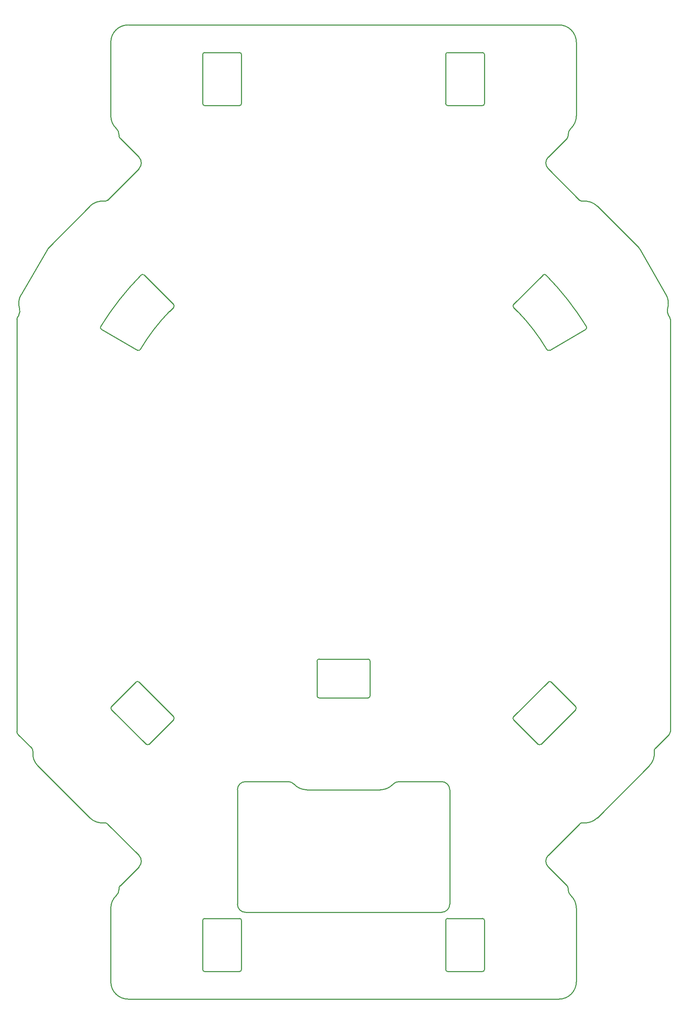
<source format=gko>
%TF.GenerationSoftware,KiCad,Pcbnew,7.0.10*%
%TF.CreationDate,2024-01-17T11:14:51+01:00*%
%TF.ProjectId,Edurob,45647572-6f62-42e6-9b69-6361645f7063,rev?*%
%TF.SameCoordinates,Original*%
%TF.FileFunction,Profile,NP*%
%FSLAX46Y46*%
G04 Gerber Fmt 4.6, Leading zero omitted, Abs format (unit mm)*
G04 Created by KiCad (PCBNEW 7.0.10) date 2024-01-17 11:14:51*
%MOMM*%
%LPD*%
G01*
G04 APERTURE LIST*
%TA.AperFunction,Profile*%
%ADD10C,0.250000*%
%TD*%
G04 APERTURE END LIST*
D10*
X241629934Y-200822322D02*
X247640350Y-206832738D01*
X144360000Y-243883849D02*
G75*
G03*
X143000000Y-247000000I2890000J-3116151D01*
G01*
X147250000Y-30750000D02*
X252750000Y-30750000D01*
X256999999Y-247000000D02*
G75*
G03*
X255640000Y-243883849I-4249999J0D01*
G01*
X143167259Y-197640347D02*
G75*
G03*
X143167262Y-198347457I353541J-353553D01*
G01*
X279707107Y-204464466D02*
X276365212Y-207806361D01*
X224000000Y-216000000D02*
X213582576Y-216000000D01*
X234500000Y-262000000D02*
X234500000Y-250000000D01*
X174500000Y-262500000D02*
G75*
G03*
X175000000Y-262000000I0J500000D01*
G01*
X166000000Y-50500000D02*
X174500000Y-50500000D01*
X120000000Y-102832014D02*
X120000000Y-203757359D01*
X262136030Y-75136048D02*
X272306278Y-85306296D01*
X149884738Y-65943613D02*
G75*
G03*
X149884775Y-63115225I-1414138J1414213D01*
G01*
X257000000Y-247000000D02*
X257000000Y-265000000D01*
X158370034Y-99884753D02*
G75*
G03*
X158370066Y-99177678I-353634J353553D01*
G01*
X157358299Y-100896564D02*
G75*
G03*
X150234628Y-110196152I35856901J-34845336D01*
G01*
X250115215Y-191629934D02*
X241629934Y-200115215D01*
X258631066Y-226079226D02*
G75*
G03*
X257806361Y-226365212I-117566J-993074D01*
G01*
X145292869Y-241476635D02*
G75*
G03*
X145000000Y-242183766I707331J-707165D01*
G01*
X225500000Y-249500000D02*
G75*
G03*
X225000000Y-250000000I0J-500000D01*
G01*
X151652544Y-206832737D02*
G75*
G03*
X152359649Y-206832737I353553J353551D01*
G01*
X255000000Y-57582576D02*
X255000000Y-57816234D01*
X225000000Y-50000000D02*
G75*
G03*
X225500000Y-50500000I500000J0D01*
G01*
X165500000Y-38000000D02*
X165500000Y-50000000D01*
X187883849Y-216640000D02*
G75*
G03*
X191000000Y-218000000I3116151J2890000D01*
G01*
X225500000Y-50500000D02*
X234000000Y-50500000D01*
X279999992Y-102832014D02*
G75*
G03*
X279866024Y-102332014I-999992J14D01*
G01*
X249551534Y-91968164D02*
G75*
G03*
X248841950Y-91965664I-356034J-351036D01*
G01*
X272465199Y-85513401D02*
G75*
G03*
X272306278Y-85306296I-865999J-499999D01*
G01*
X259285872Y-105276804D02*
G75*
G03*
X259461219Y-104580964I-249972J433004D01*
G01*
X226000000Y-218000000D02*
G75*
G03*
X224000000Y-216000000I-2000000J0D01*
G01*
X257000000Y-35000000D02*
G75*
G03*
X252750000Y-30750000I-4250000J0D01*
G01*
X145000000Y-242417424D02*
X145000000Y-242183766D01*
X123920731Y-208631061D02*
G75*
G03*
X125136048Y-212136030I4220569J-499739D01*
G01*
X248841949Y-91965663D02*
X241629934Y-99177678D01*
X147250000Y-30750000D02*
G75*
G03*
X143000000Y-35000000I0J-4250000D01*
G01*
X225000000Y-38000000D02*
X225000000Y-50000000D01*
X149177678Y-191629934D02*
X143167262Y-197640350D01*
X137863959Y-224863963D02*
G75*
G03*
X141368938Y-226079257I3005241J3005363D01*
G01*
X193500000Y-186500000D02*
X193500000Y-195000000D01*
X166000000Y-37500000D02*
G75*
G03*
X165500000Y-38000000I0J-500000D01*
G01*
X234500000Y-250000000D02*
G75*
G03*
X234000000Y-249500000I-500000J0D01*
G01*
X254999982Y-242417424D02*
G75*
G03*
X255640000Y-243883849I2000018J24D01*
G01*
X257806361Y-226365212D02*
X250115224Y-234056349D01*
X252750000Y-269250000D02*
X147250000Y-269250000D01*
X249765405Y-110196133D02*
G75*
G03*
X250448385Y-110379165I432995J249933D01*
G01*
X176000000Y-216000000D02*
G75*
G03*
X174000000Y-218000000I0J-2000000D01*
G01*
X143000001Y-53000000D02*
G75*
G03*
X144360000Y-56116151I4249999J0D01*
G01*
X259461222Y-104580963D02*
G75*
G03*
X249551537Y-91968161I-60822722J-37588137D01*
G01*
X225000000Y-250000000D02*
X225000000Y-262000000D01*
X280000000Y-203757359D02*
X280000000Y-102832014D01*
X174000000Y-246000000D02*
G75*
G03*
X176000000Y-248000000I2000000J0D01*
G01*
X149884776Y-63115224D02*
X145292893Y-58523341D01*
X250115224Y-236884776D02*
X254707107Y-241476659D01*
X193500000Y-195000000D02*
G75*
G03*
X194000000Y-195500000I500000J0D01*
G01*
X142193657Y-226365194D02*
G75*
G03*
X141368938Y-226079257I-707157J-707306D01*
G01*
X234000000Y-262500000D02*
G75*
G03*
X234500000Y-262000000I0J500000D01*
G01*
X186417424Y-216000000D02*
X176000000Y-216000000D01*
X140714113Y-105276830D02*
X149551615Y-110379165D01*
X150448473Y-91968170D02*
G75*
G03*
X140538781Y-104580964I50912827J-50200830D01*
G01*
X174000000Y-218000000D02*
X174000000Y-246000000D01*
X241629903Y-99177647D02*
G75*
G03*
X241629934Y-99884785I353597J-353553D01*
G01*
X252750000Y-269250000D02*
G75*
G03*
X257000000Y-265000000I0J4250000D01*
G01*
X209000000Y-217999999D02*
G75*
G03*
X212116151Y-216640000I0J4249999D01*
G01*
X141368941Y-73920721D02*
G75*
G03*
X142193639Y-73634788I117659J992921D01*
G01*
X175000000Y-250000000D02*
G75*
G03*
X174500000Y-249500000I-500000J0D01*
G01*
X120133975Y-102332014D02*
X120462578Y-101762856D01*
X165500000Y-250000000D02*
X165500000Y-262000000D01*
X247640351Y-206832737D02*
G75*
G03*
X248347456Y-206832737I353553J353551D01*
G01*
X158370066Y-200115215D02*
X149884785Y-191629934D01*
X254707107Y-58523341D02*
X250115224Y-63115224D01*
X194000000Y-195500000D02*
X206000000Y-195500000D01*
X279358446Y-100172889D02*
G75*
G03*
X278978184Y-96794229I-4060846J1253689D01*
G01*
X256832734Y-198347453D02*
G75*
G03*
X256832737Y-197640351I-353534J353553D01*
G01*
X274863952Y-212136030D02*
X262136030Y-224863952D01*
X157358293Y-100896558D02*
X158370066Y-99884785D01*
X120462595Y-101762866D02*
G75*
G03*
X120641534Y-100172895I-1731895J999966D01*
G01*
X234500000Y-50000000D02*
X234500000Y-38000000D01*
X241629966Y-200115247D02*
G75*
G03*
X241629935Y-200822321I353534J-353553D01*
G01*
X142193639Y-73634788D02*
X149884776Y-65943651D01*
X250822322Y-191629934D02*
G75*
G03*
X250115215Y-191629934I-353553J-353552D01*
G01*
X234000000Y-249500000D02*
X225500000Y-249500000D01*
X127600630Y-85399388D02*
X137863970Y-75136048D01*
X206500000Y-186500000D02*
G75*
G03*
X206000000Y-186000000I-500000J0D01*
G01*
X121021815Y-96794229D02*
X127600630Y-85399388D01*
X234500000Y-38000000D02*
G75*
G03*
X234000000Y-37500000I-500000J0D01*
G01*
X250448385Y-110379165D02*
X259285887Y-105276830D01*
X224000000Y-248000000D02*
G75*
G03*
X226000000Y-246000000I0J2000000D01*
G01*
X123920721Y-208631059D02*
G75*
G03*
X123634788Y-207806361I-992921J117659D01*
G01*
X121021805Y-96794224D02*
G75*
G03*
X120641535Y-100172895I3680495J-2124976D01*
G01*
X149551578Y-110379229D02*
G75*
G03*
X150234628Y-110196152I250022J432929D01*
G01*
X166000000Y-249500000D02*
G75*
G03*
X165500000Y-250000000I0J-500000D01*
G01*
X144999976Y-57582576D02*
G75*
G03*
X144359999Y-56116152I-1999876J76D01*
G01*
X241629934Y-99884785D02*
X242641707Y-100896558D01*
X145000018Y-57816234D02*
G75*
G03*
X145292894Y-58523340I999882J-66D01*
G01*
X174500000Y-249500000D02*
X166000000Y-249500000D01*
X250115224Y-65943651D02*
X257806361Y-73634788D01*
X143000000Y-53000000D02*
X143000000Y-35000000D01*
X187883859Y-216639991D02*
G75*
G03*
X186417424Y-216000000I-1466459J-1360109D01*
G01*
X176000000Y-248000000D02*
X224000000Y-248000000D01*
X166000000Y-262500000D02*
X174500000Y-262500000D01*
X174500000Y-37500000D02*
X166000000Y-37500000D01*
X165500000Y-50000000D02*
G75*
G03*
X166000000Y-50500000I500000J0D01*
G01*
X274863922Y-212136000D02*
G75*
G03*
X276079256Y-208631062I-3005122J3005200D01*
G01*
X262136000Y-75136078D02*
G75*
G03*
X258631062Y-73920744I-3005200J-3005122D01*
G01*
X225500000Y-262500000D02*
X234000000Y-262500000D01*
X141368940Y-73920728D02*
G75*
G03*
X137863971Y-75136049I-499840J-4220272D01*
G01*
X120133980Y-102332017D02*
G75*
G03*
X120000000Y-102832014I865920J-499983D01*
G01*
X152359650Y-206832738D02*
X158370066Y-200822322D01*
X255640000Y-56116151D02*
G75*
G03*
X257000000Y-53000000I-2890000J3116151D01*
G01*
X225000000Y-262000000D02*
G75*
G03*
X225500000Y-262500000I500000J0D01*
G01*
X249765361Y-110196159D02*
G75*
G03*
X242641707Y-100896558I-42981361J-25546241D01*
G01*
X123634788Y-207806361D02*
X120292893Y-204464466D01*
X225500000Y-37500000D02*
G75*
G03*
X225000000Y-38000000I0J-500000D01*
G01*
X276365235Y-207806384D02*
G75*
G03*
X276079258Y-208631062I707065J-707116D01*
G01*
X145000000Y-57816234D02*
X145000000Y-57582576D01*
X272465197Y-85513402D02*
X278978185Y-96794229D01*
X143000000Y-265000000D02*
G75*
G03*
X147250000Y-269250000I4250000J0D01*
G01*
X175000000Y-262000000D02*
X175000000Y-250000000D01*
X175000000Y-50000000D02*
X175000000Y-38000000D01*
X255000000Y-242183766D02*
X255000000Y-242417424D01*
X209000000Y-218000000D02*
X191000000Y-218000000D01*
X149884813Y-236884813D02*
G75*
G03*
X149884775Y-234056350I-1414213J1414213D01*
G01*
X213582576Y-215999982D02*
G75*
G03*
X212116151Y-216640000I24J-2000018D01*
G01*
X145292893Y-241476659D02*
X149884776Y-236884776D01*
X206000000Y-195500000D02*
G75*
G03*
X206500000Y-195000000I0J500000D01*
G01*
X149884776Y-234056349D02*
X142193639Y-226365212D01*
X194000000Y-186000000D02*
G75*
G03*
X193500000Y-186500000I0J-500000D01*
G01*
X158370066Y-99177678D02*
X151158051Y-91965663D01*
X165500000Y-262000000D02*
G75*
G03*
X166000000Y-262500000I500000J0D01*
G01*
X140538756Y-104580949D02*
G75*
G03*
X140714113Y-105276830I425344J-262851D01*
G01*
X256832738Y-197640350D02*
X250822322Y-191629934D01*
X234000000Y-50500000D02*
G75*
G03*
X234500000Y-50000000I0J500000D01*
G01*
X206000000Y-186000000D02*
X194000000Y-186000000D01*
X158370097Y-200822353D02*
G75*
G03*
X158370066Y-200115215I-353497J353553D01*
G01*
X258631057Y-226079297D02*
G75*
G03*
X262136029Y-224863951I499743J4220497D01*
G01*
X248347457Y-206832738D02*
X256832738Y-198347457D01*
X257000000Y-35000000D02*
X257000000Y-53000000D01*
X257806384Y-73634765D02*
G75*
G03*
X258631062Y-73920742I707116J707065D01*
G01*
X255640012Y-56116164D02*
G75*
G03*
X255000000Y-57582576I1359988J-1466436D01*
G01*
X279707127Y-204464486D02*
G75*
G03*
X280000000Y-203757359I-707127J707086D01*
G01*
X250115262Y-234056387D02*
G75*
G03*
X250115225Y-236884775I1414138J-1414213D01*
G01*
X174500000Y-50500000D02*
G75*
G03*
X175000000Y-50000000I0J500000D01*
G01*
X279358503Y-100172906D02*
G75*
G03*
X279537422Y-101762856I1910997J-589994D01*
G01*
X143167262Y-198347457D02*
X151652543Y-206832738D01*
X206500000Y-195000000D02*
X206500000Y-186500000D01*
X143000000Y-265000000D02*
X143000000Y-247000000D01*
X151158053Y-91965661D02*
G75*
G03*
X150448464Y-91968162I-353553J-353539D01*
G01*
X149884785Y-191629934D02*
G75*
G03*
X149177678Y-191629934I-353553J-353552D01*
G01*
X137863970Y-224863952D02*
X125136048Y-212136030D01*
X254707090Y-58523324D02*
G75*
G03*
X255000000Y-57816234I-707090J707124D01*
G01*
X255000024Y-242183766D02*
G75*
G03*
X254707107Y-241476659I-1000024J-34D01*
G01*
X279537422Y-101762856D02*
X279866025Y-102332014D01*
X234000000Y-37500000D02*
X225500000Y-37500000D01*
X144360009Y-243883859D02*
G75*
G03*
X145000000Y-242417424I-1360109J1466459D01*
G01*
X250115187Y-63115187D02*
G75*
G03*
X250115225Y-65943650I1414213J-1414213D01*
G01*
X120000017Y-203757359D02*
G75*
G03*
X120292893Y-204464466I1000183J59D01*
G01*
X226000000Y-246000000D02*
X226000000Y-218000000D01*
X175000000Y-38000000D02*
G75*
G03*
X174500000Y-37500000I-500000J0D01*
G01*
M02*

</source>
